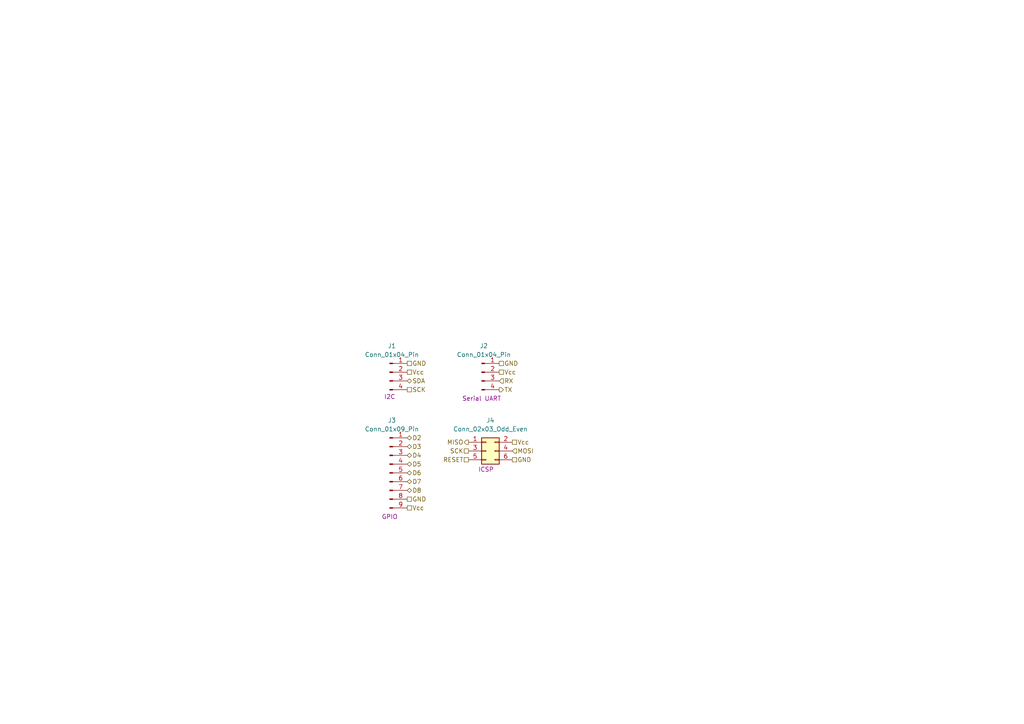
<source format=kicad_sch>
(kicad_sch (version 20231120) (generator "eeschema") (generator_version "8.0")
  (paper "A4")
  (lib_symbols
    (symbol "Connector:Conn_01x04_Pin" (pin_names (offset 1.016) hide)
      (property "Reference" "J" (at 0 5.08 0))
      (property "Value" "Conn_01x04_Pin" (at 0 -7.62 0))
      (symbol "Conn_01x04_Pin_1_1"
        (polyline (pts (xy 1.27 -5.08) (xy 0.8636 -5.08)) (stroke (width 0.1524)))
        (polyline (pts (xy 1.27 -2.54) (xy 0.8636 -2.54)) (stroke (width 0.1524)))
        (polyline (pts (xy 1.27 0) (xy 0.8636 0)) (stroke (width 0.1524)))
        (polyline (pts (xy 1.27 2.54) (xy 0.8636 2.54)) (stroke (width 0.1524)))
        (rectangle (start 0.8636 -4.953) (end 0 -5.207) (stroke (width 0.1524)) (fill (type outline)))
        (rectangle (start 0.8636 -2.413) (end 0 -2.667) (stroke (width 0.1524)) (fill (type outline)))
        (rectangle (start 0.8636 0.127) (end 0 -0.127) (stroke (width 0.1524)) (fill (type outline)))
        (rectangle (start 0.8636 2.667) (end 0 2.413) (stroke (width 0.1524)) (fill (type outline)))
        (pin passive line (at 5.08 2.54 180) (length 3.81) (name "Pin_1") (number "1"))
        (pin passive line (at 5.08 0 180) (length 3.81) (name "Pin_2") (number "2"))
        (pin passive line (at 5.08 -2.54 180) (length 3.81) (name "Pin_3") (number "3"))
        (pin passive line (at 5.08 -5.08 180) (length 3.81) (name "Pin_4") (number "4"))
      )
    )
    (symbol "Connector:Conn_01x09_Pin" (pin_names (offset 1.016) hide)
      (property "Reference" "J" (at 0 12.7 0))
      (property "Value" "Conn_01x09_Pin" (at 0 -12.7 0))
      (symbol "Conn_01x09_Pin_1_1"
        (polyline (pts (xy 1.27 -10.16) (xy 0.8636 -10.16)) (stroke (width 0.1524)))
        (polyline (pts (xy 1.27 -7.62) (xy 0.8636 -7.62)) (stroke (width 0.1524)))
        (polyline (pts (xy 1.27 -5.08) (xy 0.8636 -5.08)) (stroke (width 0.1524)))
        (polyline (pts (xy 1.27 -2.54) (xy 0.8636 -2.54)) (stroke (width 0.1524)))
        (polyline (pts (xy 1.27 0) (xy 0.8636 0)) (stroke (width 0.1524)))
        (polyline (pts (xy 1.27 2.54) (xy 0.8636 2.54)) (stroke (width 0.1524)))
        (polyline (pts (xy 1.27 5.08) (xy 0.8636 5.08)) (stroke (width 0.1524)))
        (polyline (pts (xy 1.27 7.62) (xy 0.8636 7.62)) (stroke (width 0.1524)))
        (polyline (pts (xy 1.27 10.16) (xy 0.8636 10.16)) (stroke (width 0.1524)))
        (rectangle (start 0.8636 -10.033) (end 0 -10.287) (stroke (width 0.1524)) (fill (type outline)))
        (rectangle (start 0.8636 -7.493) (end 0 -7.747) (stroke (width 0.1524)) (fill (type outline)))
        (rectangle (start 0.8636 -4.953) (end 0 -5.207) (stroke (width 0.1524)) (fill (type outline)))
        (rectangle (start 0.8636 -2.413) (end 0 -2.667) (stroke (width 0.1524)) (fill (type outline)))
        (rectangle (start 0.8636 0.127) (end 0 -0.127) (stroke (width 0.1524)) (fill (type outline)))
        (rectangle (start 0.8636 2.667) (end 0 2.413) (stroke (width 0.1524)) (fill (type outline)))
        (rectangle (start 0.8636 5.207) (end 0 4.953) (stroke (width 0.1524)) (fill (type outline)))
        (rectangle (start 0.8636 7.747) (end 0 7.493) (stroke (width 0.1524)) (fill (type outline)))
        (rectangle (start 0.8636 10.287) (end 0 10.033) (stroke (width 0.1524)) (fill (type outline)))
        (pin passive line (at 5.08 10.16 180) (length 3.81) (name "Pin_1") (number "1"))
        (pin passive line (at 5.08 7.62 180) (length 3.81) (name "Pin_2") (number "2"))
        (pin passive line (at 5.08 5.08 180) (length 3.81) (name "Pin_3") (number "3"))
        (pin passive line (at 5.08 2.54 180) (length 3.81) (name "Pin_4") (number "4"))
        (pin passive line (at 5.08 0 180) (length 3.81) (name "Pin_5") (number "5"))
        (pin passive line (at 5.08 -2.54 180) (length 3.81) (name "Pin_6") (number "6"))
        (pin passive line (at 5.08 -5.08 180) (length 3.81) (name "Pin_7") (number "7"))
        (pin passive line (at 5.08 -7.62 180) (length 3.81) (name "Pin_8") (number "8"))
        (pin passive line (at 5.08 -10.16 180) (length 3.81) (name "Pin_9") (number "9"))
      )
    )
    (symbol "Connector_Generic:Conn_02x03_Odd_Even" (pin_names (offset 1.016) hide)
      (property "Reference" "J" (at 1.27 5.08 0))
      (property "Value" "Conn_02x03_Odd_Even" (at 1.27 -5.08 0))
      (symbol "Conn_02x03_Odd_Even_1_1"
        (rectangle (start -1.27 -2.413) (end 0 -2.667) (stroke (width 0.1524)))
        (rectangle (start -1.27 0.127) (end 0 -0.127) (stroke (width 0.1524)))
        (rectangle (start -1.27 2.667) (end 0 2.413) (stroke (width 0.1524)))
        (rectangle (start -1.27 3.81) (end 3.81 -3.81) (stroke (width 0.254)) (fill (type background)))
        (rectangle (start 3.81 -2.413) (end 2.54 -2.667) (stroke (width 0.1524)))
        (rectangle (start 3.81 0.127) (end 2.54 -0.127) (stroke (width 0.1524)))
        (rectangle (start 3.81 2.667) (end 2.54 2.413) (stroke (width 0.1524)))
        (pin passive line (at -5.08 2.54 0) (length 3.81) (name "Pin_1") (number "1"))
        (pin passive line (at 7.62 2.54 180) (length 3.81) (name "Pin_2") (number "2"))
        (pin passive line (at -5.08 0 0) (length 3.81) (name "Pin_3") (number "3"))
        (pin passive line (at 7.62 0 180) (length 3.81) (name "Pin_4") (number "4"))
        (pin passive line (at -5.08 -2.54 0) (length 3.81) (name "Pin_5") (number "5"))
        (pin passive line (at 7.62 -2.54 180) (length 3.81) (name "Pin_6") (number "6"))
      )
    )
  )
  (hierarchical_label "SCK" (shape passive) (at 135.89 130.81 180))
  (hierarchical_label "GND" (shape passive) (at 144.78 105.41 0))
  (hierarchical_label "SDA" (shape bidirectional) (at 118.11 110.49 0))
  (hierarchical_label "SCK" (shape passive) (at 118.11 113.03 0))
  (hierarchical_label "GND" (shape passive) (at 118.11 144.78 0))
  (hierarchical_label "GND" (shape passive) (at 148.59 133.35 0))
  (hierarchical_label "RX" (shape input) (at 144.78 110.49 0))
  (hierarchical_label "D2" (shape bidirectional) (at 118.11 127 0))
  (hierarchical_label "D7" (shape bidirectional) (at 118.11 139.7 0))
  (hierarchical_label "Vcc" (shape passive) (at 118.11 107.95 0))
  (hierarchical_label "D3" (shape bidirectional) (at 118.11 129.54 0))
  (hierarchical_label "D5" (shape bidirectional) (at 118.11 134.62 0))
  (hierarchical_label "MISO" (shape output) (at 135.89 128.27 180))
  (hierarchical_label "Vcc" (shape passive) (at 144.78 107.95 0))
  (hierarchical_label "D6" (shape bidirectional) (at 118.11 137.16 0))
  (hierarchical_label "D4" (shape bidirectional) (at 118.11 132.08 0))
  (hierarchical_label "Vcc" (shape passive) (at 118.11 147.32 0))
  (hierarchical_label "MOSI" (shape input) (at 148.59 130.81 0))
  (hierarchical_label "TX" (shape output) (at 144.78 113.03 0))
  (hierarchical_label "Vcc" (shape passive) (at 148.59 128.27 0))
  (hierarchical_label "GND" (shape passive) (at 118.11 105.41 0))
  (hierarchical_label "RESET" (shape passive) (at 135.89 133.35 180))
  (hierarchical_label "D8" (shape bidirectional) (at 118.11 142.24 0))
  (symbol (lib_id "Connector:Conn_01x04_Pin") (at 113.03 107.95 0) (unit 1)
    (property "Reference" "J1" (at 113.665 100.33 0))
    (property "Value" "Conn_01x04_Pin" (at 113.665 102.87 0))
    (property "Footprint" "Connector_PinHeader_2.54mm:PinHeader_1x04_P2.54mm_Vertical" (effects (hide yes)))
    (property "Description" "Generic connector, single row, 01x04, script generated" (effects (hide yes)))
    (property "Purpose" "I2C" (at 113.03 115.062 0))
  )
  (symbol (lib_id "Connector:Conn_01x04_Pin") (at 139.7 107.95 0) (unit 1)
    (property "Reference" "J2" (at 140.335 100.33 0))
    (property "Value" "Conn_01x04_Pin" (at 140.335 102.87 0))
    (property "Footprint" "Connector_PinHeader_2.54mm:PinHeader_1x04_P2.54mm_Vertical" (effects (hide yes)))
    (property "Description" "Generic connector, single row, 01x04, script generated" (effects (hide yes)))
    (property "Purpose" "Serial UART" (at 139.7 115.57 0))
  )
  (symbol (lib_id "Connector:Conn_01x09_Pin") (at 113.03 137.16 0) (unit 1)
    (property "Reference" "J3" (at 113.665 121.92 0))
    (property "Value" "Conn_01x09_Pin" (at 113.665 124.46 0))
    (property "Footprint" "Connector_PinHeader_2.54mm:PinHeader_1x09_P2.54mm_Vertical" (effects (hide yes)))
    (property "Description" "Generic connector, single row, 01x09, script generated" (effects (hide yes)))
    (property "Purpose" "GPIO" (at 113.03 149.86 0))
  )
  (symbol (lib_id "Connector_Generic:Conn_02x03_Odd_Even") (at 140.97 130.81 0) (unit 1)
    (property "Reference" "J4" (at 142.24 121.92 0))
    (property "Value" "Conn_02x03_Odd_Even" (at 142.24 124.46 0))
    (property "Footprint" "Connector_PinHeader_2.54mm:PinHeader_2x03_P2.54mm_Vertical" (effects (hide yes)))
    (property "Description" "Generic connector, double row, 02x03, odd/even pin numbering scheme (row 1 odd numbers, row 2 even numbers), script generated (kicad-library-utils/schlib/autogen/connector/)" (effects (hide yes)))
    (property "Purpose" "ICSP" (at 140.97 136.144 0))
  )
)
</source>
